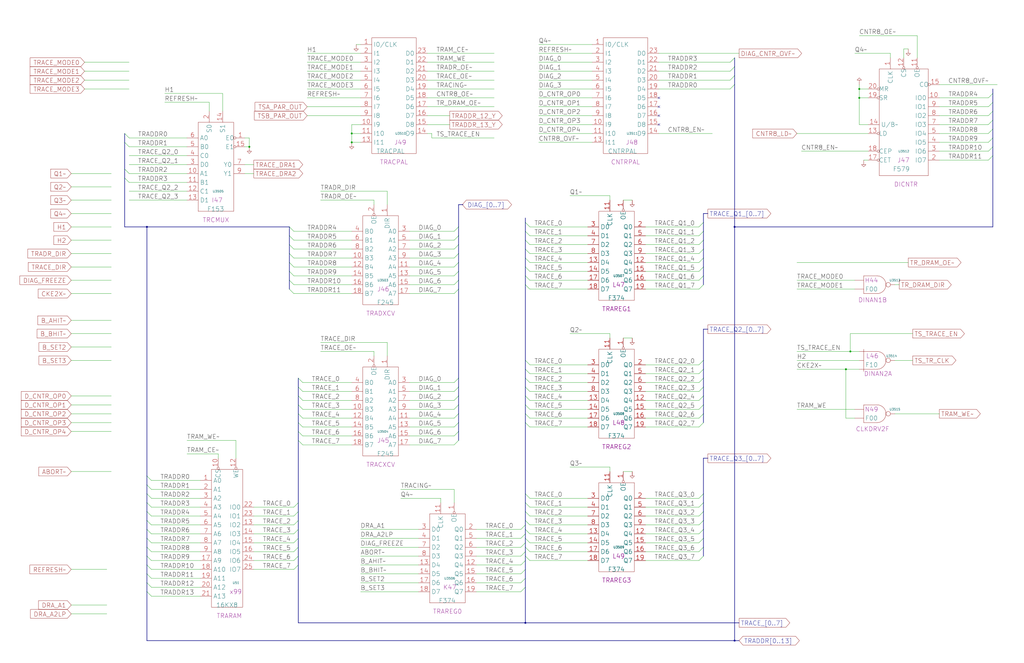
<source format=kicad_sch>
(kicad_sch (version 20221004) (generator eeschema)
  (paper "User" 584.2 378.46)
  (title_block (title "TRACE RAMS\\nDIAGNOSTIC COUNTER") (date "08-MAR-90") (rev "0.0") (comment 1 "MEM32 BOARD") (comment 2 "232-003066") (comment 3 "S400") (comment 4 "RELEASED"))
  (junction (at 83.82 129.54))
  (junction (at 200.66 76.2))
  (junction (at 490.22 50.8))
  (junction (at 419.1 365.76))
  (junction (at 490.22 55.88))
  (junction (at 142.24 83.82))
  (junction (at 299.72 355.6))
  (junction (at 485.14 200.66))
  (junction (at 200.66 81.28))
  (junction (at 419.1 129.54))
  (junction (at 482.6 210.82))
  (no_connect (at 375.92 60.96))
  (no_connect (at 375.92 55.88))
  (no_connect (at 375.92 71.12))
  (no_connect (at 375.92 66.04))
  (bus_entry (at 566.42 78.74) (size -2.54 2.54))
  (bus_entry (at 299.72 147.32) (size 2.54 2.54))
  (bus_entry (at 261.62 139.7) (size -2.54 2.54))
  (bus_entry (at 170.18 215.9) (size 2.54 2.54))
  (bus_entry (at 566.42 63.5) (size -2.54 2.54))
  (bus_entry (at 401.32 157.48) (size -2.54 2.54))
  (bus_entry (at 401.32 215.9) (size -2.54 2.54))
  (bus_entry (at 401.32 132.08) (size -2.54 2.54))
  (bus_entry (at 299.72 325.12) (size -2.54 2.54))
  (bus_entry (at 165.1 154.94) (size 2.54 2.54))
  (bus_entry (at 299.72 320.04) (size -2.54 2.54))
  (bus_entry (at 419.1 43.18) (size -2.54 2.54))
  (bus_entry (at 299.72 157.48) (size 2.54 2.54))
  (bus_entry (at 299.72 299.72) (size -2.54 2.54))
  (bus_entry (at 261.62 149.86) (size -2.54 2.54))
  (bus_entry (at 170.18 231.14) (size 2.54 2.54))
  (bus_entry (at 261.62 231.14) (size -2.54 2.54))
  (bus_entry (at 299.72 142.24) (size 2.54 2.54))
  (bus_entry (at 170.18 220.98) (size 2.54 2.54))
  (bus_entry (at 261.62 215.9) (size -2.54 2.54))
  (bus_entry (at 401.32 287.02) (size -2.54 2.54))
  (bus_entry (at 170.18 302.26) (size -2.54 2.54))
  (bus_entry (at 401.32 152.4) (size -2.54 2.54))
  (bus_entry (at 83.82 312.42) (size 2.54 2.54))
  (bus_entry (at 566.42 68.58) (size -2.54 2.54))
  (bus_entry (at 261.62 246.38) (size -2.54 2.54))
  (bus_entry (at 566.42 53.34) (size -2.54 2.54))
  (bus_entry (at 261.62 165.1) (size -2.54 2.54))
  (bus_entry (at 170.18 292.1) (size -2.54 2.54))
  (bus_entry (at 299.72 236.22) (size 2.54 2.54))
  (bus_entry (at 165.1 165.1) (size 2.54 2.54))
  (bus_entry (at 83.82 292.1) (size 2.54 2.54))
  (bus_entry (at 566.42 83.82) (size -2.54 2.54))
  (bus_entry (at 261.62 134.62) (size -2.54 2.54))
  (bus_entry (at 165.1 149.86) (size 2.54 2.54))
  (bus_entry (at 401.32 302.26) (size -2.54 2.54))
  (bus_entry (at 299.72 226.06) (size 2.54 2.54))
  (bus_entry (at 170.18 246.38) (size 2.54 2.54))
  (bus_entry (at 299.72 210.82) (size 2.54 2.54))
  (bus_entry (at 419.1 38.1) (size -2.54 2.54))
  (bus_entry (at 165.1 139.7) (size 2.54 2.54))
  (bus_entry (at 299.72 281.94) (size 2.54 2.54))
  (bus_entry (at 566.42 73.66) (size -2.54 2.54))
  (bus_entry (at 299.72 335.28) (size -2.54 2.54))
  (bus_entry (at 401.32 147.32) (size -2.54 2.54))
  (bus_entry (at 83.82 302.26) (size 2.54 2.54))
  (bus_entry (at 165.1 160.02) (size 2.54 2.54))
  (bus_entry (at 401.32 281.94) (size -2.54 2.54))
  (bus_entry (at 299.72 137.16) (size 2.54 2.54))
  (bus_entry (at 299.72 302.26) (size 2.54 2.54))
  (bus_entry (at 165.1 134.62) (size 2.54 2.54))
  (bus_entry (at 299.72 152.4) (size 2.54 2.54))
  (bus_entry (at 419.1 33.02) (size -2.54 2.54))
  (bus_entry (at 261.62 220.98) (size -2.54 2.54))
  (bus_entry (at 261.62 144.78) (size -2.54 2.54))
  (bus_entry (at 170.18 297.18) (size -2.54 2.54))
  (bus_entry (at 71.12 96.52) (size 2.54 2.54))
  (bus_entry (at 165.1 144.78) (size 2.54 2.54))
  (bus_entry (at 165.1 129.54) (size 2.54 2.54))
  (bus_entry (at 170.18 226.06) (size 2.54 2.54))
  (bus_entry (at 299.72 241.3) (size 2.54 2.54))
  (bus_entry (at 401.32 292.1) (size -2.54 2.54))
  (bus_entry (at 83.82 276.86) (size 2.54 2.54))
  (bus_entry (at 401.32 241.3) (size -2.54 2.54))
  (bus_entry (at 299.72 220.98) (size 2.54 2.54))
  (bus_entry (at 170.18 312.42) (size -2.54 2.54))
  (bus_entry (at 419.1 48.26) (size -2.54 2.54))
  (bus_entry (at 261.62 226.06) (size -2.54 2.54))
  (bus_entry (at 299.72 215.9) (size 2.54 2.54))
  (bus_entry (at 83.82 337.82) (size 2.54 2.54))
  (bus_entry (at 401.32 297.18) (size -2.54 2.54))
  (bus_entry (at 170.18 241.3) (size 2.54 2.54))
  (bus_entry (at 261.62 241.3) (size -2.54 2.54))
  (bus_entry (at 299.72 132.08) (size 2.54 2.54))
  (bus_entry (at 71.12 81.28) (size 2.54 2.54))
  (bus_entry (at 299.72 330.2) (size -2.54 2.54))
  (bus_entry (at 401.32 205.74) (size -2.54 2.54))
  (bus_entry (at 401.32 312.42) (size -2.54 2.54))
  (bus_entry (at 83.82 307.34) (size 2.54 2.54))
  (bus_entry (at 401.32 307.34) (size -2.54 2.54))
  (bus_entry (at 401.32 317.5) (size -2.54 2.54))
  (bus_entry (at 401.32 231.14) (size -2.54 2.54))
  (bus_entry (at 299.72 205.74) (size 2.54 2.54))
  (bus_entry (at 71.12 76.2) (size 2.54 2.54))
  (bus_entry (at 566.42 88.9) (size -2.54 2.54))
  (bus_entry (at 83.82 327.66) (size 2.54 2.54))
  (bus_entry (at 299.72 317.5) (size 2.54 2.54))
  (bus_entry (at 83.82 332.74) (size 2.54 2.54))
  (bus_entry (at 299.72 127) (size 2.54 2.54))
  (bus_entry (at 401.32 142.24) (size -2.54 2.54))
  (bus_entry (at 170.18 236.22) (size 2.54 2.54))
  (bus_entry (at 170.18 251.46) (size 2.54 2.54))
  (bus_entry (at 71.12 101.6) (size 2.54 2.54))
  (bus_entry (at 401.32 236.22) (size -2.54 2.54))
  (bus_entry (at 261.62 160.02) (size -2.54 2.54))
  (bus_entry (at 170.18 307.34) (size -2.54 2.54))
  (bus_entry (at 299.72 309.88) (size -2.54 2.54))
  (bus_entry (at 401.32 226.06) (size -2.54 2.54))
  (bus_entry (at 83.82 322.58) (size 2.54 2.54))
  (bus_entry (at 170.18 317.5) (size -2.54 2.54))
  (bus_entry (at 83.82 271.78) (size 2.54 2.54))
  (bus_entry (at 170.18 287.02) (size -2.54 2.54))
  (bus_entry (at 299.72 287.02) (size 2.54 2.54))
  (bus_entry (at 299.72 312.42) (size 2.54 2.54))
  (bus_entry (at 261.62 251.46) (size -2.54 2.54))
  (bus_entry (at 401.32 210.82) (size -2.54 2.54))
  (bus_entry (at 83.82 297.18) (size 2.54 2.54))
  (bus_entry (at 566.42 58.42) (size -2.54 2.54))
  (bus_entry (at 261.62 154.94) (size -2.54 2.54))
  (bus_entry (at 261.62 129.54) (size -2.54 2.54))
  (bus_entry (at 401.32 220.98) (size -2.54 2.54))
  (bus_entry (at 401.32 162.56) (size -2.54 2.54))
  (bus_entry (at 401.32 127) (size -2.54 2.54))
  (bus_entry (at 299.72 297.18) (size 2.54 2.54))
  (bus_entry (at 299.72 307.34) (size 2.54 2.54))
  (bus_entry (at 170.18 322.58) (size -2.54 2.54))
  (bus_entry (at 401.32 137.16) (size -2.54 2.54))
  (bus_entry (at 83.82 287.02) (size 2.54 2.54))
  (bus_entry (at 299.72 314.96) (size -2.54 2.54))
  (bus_entry (at 299.72 231.14) (size 2.54 2.54))
  (bus_entry (at 83.82 281.94) (size 2.54 2.54))
  (bus_entry (at 299.72 292.1) (size 2.54 2.54))
  (bus_entry (at 299.72 162.56) (size 2.54 2.54))
  (bus_entry (at 83.82 317.5) (size 2.54 2.54))
  (bus_entry (at 261.62 236.22) (size -2.54 2.54))
  (bus_entry (at 299.72 304.8) (size -2.54 2.54))
  (wire (pts (xy 40.64 198.12) (xy 63.5 198.12)))
  (wire (pts (xy 167.64 167.64) (xy 200.66 167.64)))
  (wire (pts (xy 182.88 195.58) (xy 220.98 195.58)))
  (wire (pts (xy 86.36 279.4) (xy 114.3 279.4)))
  (bus (pts (xy 299.72 147.32) (xy 299.72 152.4)))
  (wire (pts (xy 302.26 284.48) (xy 335.28 284.48)))
  (wire (pts (xy 490.22 50.8) (xy 490.22 48.26)))
  (bus (pts (xy 165.1 134.62) (xy 165.1 139.7)))
  (wire (pts (xy 167.64 157.48) (xy 200.66 157.48)))
  (wire (pts (xy 40.64 350.52) (xy 60.96 350.52)))
  (wire (pts (xy 200.66 76.2) (xy 205.74 76.2)))
  (bus (pts (xy 566.42 129.54) (xy 419.1 129.54)))
  (wire (pts (xy 40.64 231.14) (xy 63.5 231.14)))
  (wire (pts (xy 233.68 152.4) (xy 259.08 152.4)))
  (wire (pts (xy 302.26 304.8) (xy 335.28 304.8)))
  (wire (pts (xy 40.64 269.24) (xy 63.5 269.24)))
  (wire (pts (xy 40.64 236.22) (xy 63.5 236.22)))
  (bus (pts (xy 299.72 287.02) (xy 299.72 292.1)))
  (bus (pts (xy 401.32 236.22) (xy 401.32 241.3)))
  (wire (pts (xy 205.74 332.74) (xy 238.76 332.74)))
  (wire (pts (xy 40.64 205.74) (xy 63.5 205.74)))
  (wire (pts (xy 302.26 218.44) (xy 335.28 218.44)))
  (wire (pts (xy 119.38 58.42) (xy 119.38 63.5)))
  (wire (pts (xy 302.26 309.88) (xy 335.28 309.88)))
  (bus (pts (xy 83.82 129.54) (xy 83.82 271.78)))
  (bus (pts (xy 261.62 165.1) (xy 261.62 215.9)))
  (wire (pts (xy 355.6 193.04) (xy 360.68 193.04)))
  (wire (pts (xy 233.68 223.52) (xy 259.08 223.52)))
  (bus (pts (xy 170.18 215.9) (xy 170.18 220.98)))
  (wire (pts (xy 368.3 233.68) (xy 398.78 233.68)))
  (wire (pts (xy 40.64 345.44) (xy 60.96 345.44)))
  (bus (pts (xy 419.1 365.76) (xy 421.64 365.76)))
  (wire (pts (xy 375.92 45.72) (xy 416.56 45.72)))
  (bus (pts (xy 566.42 58.42) (xy 566.42 63.5)))
  (bus (pts (xy 261.62 129.54) (xy 261.62 134.62)))
  (wire (pts (xy 510.54 205.74) (xy 520.7 205.74)))
  (bus (pts (xy 170.18 246.38) (xy 170.18 251.46)))
  (wire (pts (xy 172.72 248.92) (xy 200.66 248.92)))
  (wire (pts (xy 302.26 238.76) (xy 335.28 238.76)))
  (wire (pts (xy 233.68 243.84) (xy 259.08 243.84)))
  (wire (pts (xy 86.36 284.48) (xy 114.3 284.48)))
  (wire (pts (xy 535.94 86.36) (xy 563.88 86.36)))
  (wire (pts (xy 40.64 129.54) (xy 63.5 129.54)))
  (wire (pts (xy 302.26 299.72) (xy 335.28 299.72)))
  (wire (pts (xy 243.84 55.88) (xy 281.94 55.88)))
  (bus (pts (xy 83.82 292.1) (xy 83.82 297.18)))
  (wire (pts (xy 271.78 302.26) (xy 297.18 302.26)))
  (wire (pts (xy 203.2 25.4) (xy 205.74 25.4)))
  (wire (pts (xy 515.62 27.94) (xy 515.62 33.02)))
  (wire (pts (xy 368.3 289.56) (xy 398.78 289.56)))
  (bus (pts (xy 83.82 337.82) (xy 83.82 365.76)))
  (bus (pts (xy 261.62 144.78) (xy 261.62 149.86)))
  (wire (pts (xy 144.78 314.96) (xy 167.64 314.96)))
  (wire (pts (xy 302.26 160.02) (xy 335.28 160.02)))
  (bus (pts (xy 83.82 281.94) (xy 83.82 287.02)))
  (wire (pts (xy 243.84 50.8) (xy 281.94 50.8)))
  (wire (pts (xy 73.66 83.82) (xy 106.68 83.82)))
  (wire (pts (xy 167.64 142.24) (xy 200.66 142.24)))
  (wire (pts (xy 233.68 147.32) (xy 259.08 147.32)))
  (bus (pts (xy 83.82 322.58) (xy 83.82 327.66)))
  (wire (pts (xy 175.26 66.04) (xy 205.74 66.04)))
  (bus (pts (xy 261.62 139.7) (xy 261.62 144.78)))
  (wire (pts (xy 175.26 30.48) (xy 205.74 30.48)))
  (wire (pts (xy 144.78 320.04) (xy 167.64 320.04)))
  (wire (pts (xy 213.36 114.3) (xy 213.36 116.84)))
  (bus (pts (xy 170.18 287.02) (xy 170.18 251.46)))
  (wire (pts (xy 182.88 200.66) (xy 213.36 200.66)))
  (bus (pts (xy 71.12 129.54) (xy 83.82 129.54)))
  (wire (pts (xy 482.6 238.76) (xy 482.6 210.82)))
  (wire (pts (xy 520.7 190.5) (xy 485.14 190.5)))
  (wire (pts (xy 307.34 81.28) (xy 337.82 81.28)))
  (bus (pts (xy 419.1 43.18) (xy 419.1 48.26)))
  (wire (pts (xy 271.78 317.5) (xy 297.18 317.5)))
  (wire (pts (xy 73.66 114.3) (xy 106.68 114.3)))
  (wire (pts (xy 172.72 238.76) (xy 200.66 238.76)))
  (wire (pts (xy 73.66 104.14) (xy 106.68 104.14)))
  (wire (pts (xy 368.3 223.52) (xy 398.78 223.52)))
  (wire (pts (xy 48.26 45.72) (xy 73.66 45.72)))
  (wire (pts (xy 86.36 325.12) (xy 114.3 325.12)))
  (wire (pts (xy 251.46 284.48) (xy 251.46 287.02)))
  (wire (pts (xy 302.26 314.96) (xy 335.28 314.96)))
  (wire (pts (xy 375.92 35.56) (xy 416.56 35.56)))
  (wire (pts (xy 40.64 182.88) (xy 63.5 182.88)))
  (bus (pts (xy 401.32 281.94) (xy 401.32 287.02)))
  (wire (pts (xy 182.88 109.22) (xy 220.98 109.22)))
  (bus (pts (xy 401.32 312.42) (xy 401.32 317.5)))
  (bus (pts (xy 419.1 38.1) (xy 419.1 43.18)))
  (wire (pts (xy 368.3 309.88) (xy 398.78 309.88)))
  (bus (pts (xy 170.18 231.14) (xy 170.18 236.22)))
  (wire (pts (xy 535.94 60.96) (xy 563.88 60.96)))
  (wire (pts (xy 175.26 55.88) (xy 205.74 55.88)))
  (bus (pts (xy 401.32 121.92) (xy 401.32 127)))
  (bus (pts (xy 299.72 236.22) (xy 299.72 241.3)))
  (wire (pts (xy 325.12 266.7) (xy 347.98 266.7)))
  (bus (pts (xy 566.42 53.34) (xy 566.42 58.42)))
  (wire (pts (xy 307.34 66.04) (xy 337.82 66.04)))
  (bus (pts (xy 299.72 304.8) (xy 299.72 307.34)))
  (wire (pts (xy 86.36 309.88) (xy 114.3 309.88)))
  (wire (pts (xy 205.74 322.58) (xy 238.76 322.58)))
  (bus (pts (xy 299.72 292.1) (xy 299.72 297.18)))
  (bus (pts (xy 401.32 307.34) (xy 401.32 312.42)))
  (bus (pts (xy 83.82 307.34) (xy 83.82 312.42)))
  (wire (pts (xy 172.72 233.68) (xy 200.66 233.68)))
  (wire (pts (xy 355.6 114.3) (xy 360.68 114.3)))
  (wire (pts (xy 307.34 30.48) (xy 337.82 30.48)))
  (wire (pts (xy 302.26 154.94) (xy 335.28 154.94)))
  (bus (pts (xy 566.42 63.5) (xy 566.42 68.58)))
  (bus (pts (xy 299.72 281.94) (xy 299.72 287.02)))
  (wire (pts (xy 307.34 71.12) (xy 337.82 71.12)))
  (wire (pts (xy 144.78 294.64) (xy 167.64 294.64)))
  (wire (pts (xy 302.26 208.28) (xy 335.28 208.28)))
  (wire (pts (xy 487.68 30.48) (xy 508 30.48)))
  (bus (pts (xy 261.62 134.62) (xy 261.62 139.7)))
  (bus (pts (xy 299.72 320.04) (xy 299.72 325.12)))
  (wire (pts (xy 347.98 266.7) (xy 347.98 269.24)))
  (wire (pts (xy 144.78 289.56) (xy 167.64 289.56)))
  (bus (pts (xy 261.62 231.14) (xy 261.62 236.22)))
  (wire (pts (xy 172.72 243.84) (xy 200.66 243.84)))
  (wire (pts (xy 233.68 233.68) (xy 259.08 233.68)))
  (bus (pts (xy 170.18 297.18) (xy 170.18 302.26)))
  (wire (pts (xy 233.68 254) (xy 259.08 254)))
  (wire (pts (xy 167.64 147.32) (xy 200.66 147.32)))
  (wire (pts (xy 243.84 40.64) (xy 281.94 40.64)))
  (bus (pts (xy 170.18 317.5) (xy 170.18 322.58)))
  (wire (pts (xy 457.2 86.36) (xy 495.3 86.36)))
  (wire (pts (xy 48.26 35.56) (xy 73.66 35.56)))
  (wire (pts (xy 175.26 45.72) (xy 205.74 45.72)))
  (wire (pts (xy 347.98 190.5) (xy 347.98 193.04)))
  (wire (pts (xy 368.3 314.96) (xy 398.78 314.96)))
  (bus (pts (xy 165.1 139.7) (xy 165.1 144.78)))
  (wire (pts (xy 86.36 289.56) (xy 114.3 289.56)))
  (bus (pts (xy 401.32 132.08) (xy 401.32 137.16)))
  (wire (pts (xy 175.26 50.8) (xy 205.74 50.8)))
  (bus (pts (xy 299.72 325.12) (xy 299.72 330.2)))
  (wire (pts (xy 48.26 40.64) (xy 73.66 40.64)))
  (wire (pts (xy 200.66 76.2) (xy 200.66 71.12)))
  (wire (pts (xy 139.7 83.82) (xy 142.24 83.82)))
  (bus (pts (xy 261.62 236.22) (xy 261.62 241.3)))
  (wire (pts (xy 167.64 137.16) (xy 200.66 137.16)))
  (wire (pts (xy 375.92 76.2) (xy 406.4 76.2)))
  (wire (pts (xy 368.3 139.7) (xy 398.78 139.7)))
  (bus (pts (xy 83.82 332.74) (xy 83.82 337.82)))
  (wire (pts (xy 368.3 208.28) (xy 398.78 208.28)))
  (wire (pts (xy 535.94 48.26) (xy 568.96 48.26)))
  (wire (pts (xy 302.26 289.56) (xy 335.28 289.56)))
  (bus (pts (xy 165.1 129.54) (xy 165.1 134.62)))
  (bus (pts (xy 401.32 210.82) (xy 401.32 215.9)))
  (wire (pts (xy 139.7 78.74) (xy 142.24 78.74)))
  (wire (pts (xy 144.78 309.88) (xy 167.64 309.88)))
  (bus (pts (xy 83.82 287.02) (xy 83.82 292.1)))
  (bus (pts (xy 299.72 226.06) (xy 299.72 231.14)))
  (wire (pts (xy 368.3 154.94) (xy 398.78 154.94)))
  (wire (pts (xy 172.72 223.52) (xy 200.66 223.52)))
  (bus (pts (xy 170.18 307.34) (xy 170.18 312.42)))
  (wire (pts (xy 518.16 27.94) (xy 515.62 27.94)))
  (wire (pts (xy 93.98 58.42) (xy 119.38 58.42)))
  (wire (pts (xy 307.34 40.64) (xy 337.82 40.64)))
  (wire (pts (xy 271.78 337.82) (xy 297.18 337.82)))
  (wire (pts (xy 243.84 60.96) (xy 281.94 60.96)))
  (wire (pts (xy 233.68 132.08) (xy 259.08 132.08)))
  (bus (pts (xy 401.32 142.24) (xy 401.32 147.32)))
  (wire (pts (xy 510.54 162.56) (xy 513.08 162.56)))
  (bus (pts (xy 299.72 314.96) (xy 299.72 317.5)))
  (wire (pts (xy 302.26 320.04) (xy 335.28 320.04)))
  (bus (pts (xy 170.18 226.06) (xy 170.18 231.14)))
  (wire (pts (xy 73.66 109.22) (xy 106.68 109.22)))
  (bus (pts (xy 401.32 292.1) (xy 401.32 297.18)))
  (wire (pts (xy 375.92 50.8) (xy 416.56 50.8)))
  (wire (pts (xy 220.98 109.22) (xy 220.98 116.84)))
  (bus (pts (xy 401.32 137.16) (xy 401.32 142.24)))
  (wire (pts (xy 368.3 218.44) (xy 398.78 218.44)))
  (bus (pts (xy 419.1 129.54) (xy 419.1 365.76)))
  (bus (pts (xy 83.82 317.5) (xy 83.82 322.58)))
  (bus (pts (xy 261.62 215.9) (xy 261.62 220.98)))
  (wire (pts (xy 535.94 71.12) (xy 563.88 71.12)))
  (bus (pts (xy 566.42 73.66) (xy 566.42 78.74)))
  (wire (pts (xy 106.68 251.46) (xy 134.62 251.46)))
  (bus (pts (xy 401.32 147.32) (xy 401.32 152.4)))
  (wire (pts (xy 86.36 335.28) (xy 114.3 335.28)))
  (wire (pts (xy 302.26 213.36) (xy 335.28 213.36)))
  (wire (pts (xy 139.7 99.06) (xy 144.78 99.06)))
  (wire (pts (xy 368.3 149.86) (xy 398.78 149.86)))
  (wire (pts (xy 302.26 243.84) (xy 335.28 243.84)))
  (bus (pts (xy 170.18 302.26) (xy 170.18 307.34)))
  (wire (pts (xy 200.66 81.28) (xy 200.66 76.2)))
  (wire (pts (xy 307.34 25.4) (xy 337.82 25.4)))
  (wire (pts (xy 243.84 35.56) (xy 281.94 35.56)))
  (bus (pts (xy 261.62 149.86) (xy 261.62 154.94)))
  (wire (pts (xy 454.66 233.68) (xy 487.68 233.68)))
  (wire (pts (xy 482.6 210.82) (xy 490.22 210.82)))
  (bus (pts (xy 299.72 210.82) (xy 299.72 215.9)))
  (bus (pts (xy 170.18 241.3) (xy 170.18 246.38)))
  (wire (pts (xy 48.26 50.8) (xy 73.66 50.8)))
  (wire (pts (xy 492.76 91.44) (xy 495.3 91.44)))
  (bus (pts (xy 401.32 302.26) (xy 401.32 307.34)))
  (wire (pts (xy 243.84 76.2) (xy 246.38 76.2)))
  (bus (pts (xy 299.72 330.2) (xy 299.72 335.28)))
  (bus (pts (xy 261.62 116.84) (xy 261.62 129.54)))
  (bus (pts (xy 566.42 83.82) (xy 566.42 88.9)))
  (wire (pts (xy 508 30.48) (xy 508 33.02)))
  (bus (pts (xy 299.72 205.74) (xy 299.72 210.82)))
  (wire (pts (xy 40.64 106.68) (xy 63.5 106.68)))
  (wire (pts (xy 73.66 88.9) (xy 106.68 88.9)))
  (wire (pts (xy 454.66 149.86) (xy 518.16 149.86)))
  (bus (pts (xy 261.62 116.84) (xy 264.16 116.84)))
  (bus (pts (xy 401.32 297.18) (xy 401.32 302.26)))
  (wire (pts (xy 368.3 294.64) (xy 398.78 294.64)))
  (wire (pts (xy 302.26 134.62) (xy 335.28 134.62)))
  (wire (pts (xy 167.64 152.4) (xy 200.66 152.4)))
  (wire (pts (xy 368.3 129.54) (xy 398.78 129.54)))
  (wire (pts (xy 205.74 307.34) (xy 238.76 307.34)))
  (bus (pts (xy 261.62 160.02) (xy 261.62 165.1)))
  (bus (pts (xy 401.32 261.62) (xy 403.86 261.62)))
  (wire (pts (xy 86.36 304.8) (xy 114.3 304.8)))
  (wire (pts (xy 86.36 330.2) (xy 114.3 330.2)))
  (bus (pts (xy 299.72 302.26) (xy 299.72 304.8)))
  (bus (pts (xy 83.82 271.78) (xy 83.82 276.86)))
  (wire (pts (xy 73.66 78.74) (xy 106.68 78.74)))
  (wire (pts (xy 302.26 144.78) (xy 335.28 144.78)))
  (wire (pts (xy 220.98 195.58) (xy 220.98 203.2)))
  (wire (pts (xy 302.26 294.64) (xy 335.28 294.64)))
  (wire (pts (xy 368.3 134.62) (xy 398.78 134.62)))
  (wire (pts (xy 347.98 111.76) (xy 347.98 114.3)))
  (bus (pts (xy 83.82 312.42) (xy 83.82 317.5)))
  (wire (pts (xy 375.92 40.64) (xy 416.56 40.64)))
  (wire (pts (xy 307.34 35.56) (xy 337.82 35.56)))
  (bus (pts (xy 170.18 292.1) (xy 170.18 297.18)))
  (bus (pts (xy 299.72 142.24) (xy 299.72 147.32)))
  (bus (pts (xy 165.1 154.94) (xy 165.1 160.02)))
  (bus (pts (xy 566.42 50.8) (xy 566.42 53.34)))
  (wire (pts (xy 368.3 213.36) (xy 398.78 213.36)))
  (bus (pts (xy 401.32 215.9) (xy 401.32 220.98)))
  (wire (pts (xy 200.66 71.12) (xy 205.74 71.12)))
  (wire (pts (xy 86.36 299.72) (xy 114.3 299.72)))
  (wire (pts (xy 246.38 76.2) (xy 246.38 78.74)))
  (wire (pts (xy 205.74 337.82) (xy 238.76 337.82)))
  (bus (pts (xy 170.18 292.1) (xy 170.18 287.02)))
  (wire (pts (xy 535.94 76.2) (xy 563.88 76.2)))
  (wire (pts (xy 228.6 284.48) (xy 251.46 284.48)))
  (bus (pts (xy 401.32 121.92) (xy 403.86 121.92)))
  (wire (pts (xy 86.36 314.96) (xy 114.3 314.96)))
  (wire (pts (xy 73.66 99.06) (xy 106.68 99.06)))
  (wire (pts (xy 40.64 325.12) (xy 60.96 325.12)))
  (wire (pts (xy 233.68 157.48) (xy 259.08 157.48)))
  (bus (pts (xy 299.72 215.9) (xy 299.72 220.98)))
  (bus (pts (xy 71.12 81.28) (xy 71.12 96.52)))
  (wire (pts (xy 523.24 20.32) (xy 523.24 33.02)))
  (bus (pts (xy 261.62 241.3) (xy 261.62 246.38)))
  (bus (pts (xy 401.32 226.06) (xy 401.32 231.14)))
  (bus (pts (xy 299.72 241.3) (xy 299.72 281.94)))
  (wire (pts (xy 40.64 167.64) (xy 63.5 167.64)))
  (wire (pts (xy 368.3 160.02) (xy 398.78 160.02)))
  (bus (pts (xy 83.82 129.54) (xy 165.1 129.54)))
  (wire (pts (xy 172.72 228.6) (xy 200.66 228.6)))
  (bus (pts (xy 299.72 317.5) (xy 299.72 320.04)))
  (wire (pts (xy 535.94 55.88) (xy 563.88 55.88)))
  (wire (pts (xy 368.3 284.48) (xy 398.78 284.48)))
  (wire (pts (xy 40.64 160.02) (xy 63.5 160.02)))
  (wire (pts (xy 213.36 200.66) (xy 213.36 203.2)))
  (wire (pts (xy 535.94 91.44) (xy 563.88 91.44)))
  (wire (pts (xy 233.68 218.44) (xy 259.08 218.44)))
  (wire (pts (xy 139.7 93.98) (xy 144.78 93.98)))
  (wire (pts (xy 302.26 228.6) (xy 335.28 228.6)))
  (bus (pts (xy 83.82 297.18) (xy 83.82 302.26)))
  (wire (pts (xy 243.84 71.12) (xy 256.54 71.12)))
  (bus (pts (xy 165.1 160.02) (xy 165.1 165.1)))
  (wire (pts (xy 243.84 66.04) (xy 256.54 66.04)))
  (wire (pts (xy 271.78 322.58) (xy 297.18 322.58)))
  (wire (pts (xy 144.78 304.8) (xy 167.64 304.8)))
  (wire (pts (xy 243.84 45.72) (xy 281.94 45.72)))
  (wire (pts (xy 490.22 20.32) (xy 523.24 20.32)))
  (bus (pts (xy 401.32 152.4) (xy 401.32 157.48)))
  (bus (pts (xy 299.72 299.72) (xy 299.72 302.26)))
  (wire (pts (xy 167.64 162.56) (xy 200.66 162.56)))
  (wire (pts (xy 355.6 269.24) (xy 360.68 269.24)))
  (wire (pts (xy 182.88 114.3) (xy 213.36 114.3)))
  (wire (pts (xy 307.34 76.2) (xy 337.82 76.2)))
  (wire (pts (xy 302.26 149.86) (xy 335.28 149.86)))
  (bus (pts (xy 299.72 220.98) (xy 299.72 226.06)))
  (bus (pts (xy 299.72 132.08) (xy 299.72 137.16)))
  (wire (pts (xy 510.54 236.22) (xy 535.94 236.22)))
  (wire (pts (xy 490.22 55.88) (xy 490.22 50.8)))
  (bus (pts (xy 170.18 355.6) (xy 299.72 355.6)))
  (wire (pts (xy 302.26 223.52) (xy 335.28 223.52)))
  (wire (pts (xy 233.68 162.56) (xy 259.08 162.56)))
  (bus (pts (xy 299.72 309.88) (xy 299.72 312.42)))
  (wire (pts (xy 368.3 238.76) (xy 398.78 238.76)))
  (bus (pts (xy 401.32 187.96) (xy 401.32 205.74)))
  (wire (pts (xy 40.64 144.78) (xy 63.5 144.78)))
  (wire (pts (xy 302.26 139.7) (xy 335.28 139.7)))
  (wire (pts (xy 205.74 312.42) (xy 238.76 312.42)))
  (wire (pts (xy 535.94 66.04) (xy 563.88 66.04)))
  (wire (pts (xy 259.08 279.4) (xy 259.08 287.02)))
  (bus (pts (xy 299.72 231.14) (xy 299.72 236.22)))
  (bus (pts (xy 566.42 88.9) (xy 566.42 129.54)))
  (bus (pts (xy 419.1 33.02) (xy 419.1 38.1)))
  (bus (pts (xy 261.62 226.06) (xy 261.62 231.14)))
  (wire (pts (xy 271.78 332.74) (xy 297.18 332.74)))
  (wire (pts (xy 243.84 30.48) (xy 281.94 30.48)))
  (bus (pts (xy 299.72 297.18) (xy 299.72 299.72)))
  (wire (pts (xy 368.3 299.72) (xy 398.78 299.72)))
  (bus (pts (xy 299.72 127) (xy 299.72 132.08)))
  (wire (pts (xy 205.74 317.5) (xy 238.76 317.5)))
  (wire (pts (xy 368.3 304.8) (xy 398.78 304.8)))
  (wire (pts (xy 375.92 30.48) (xy 421.64 30.48)))
  (wire (pts (xy 246.38 78.74) (xy 281.94 78.74)))
  (bus (pts (xy 401.32 220.98) (xy 401.32 226.06)))
  (wire (pts (xy 40.64 241.3) (xy 63.5 241.3)))
  (wire (pts (xy 454.66 165.1) (xy 487.68 165.1)))
  (wire (pts (xy 454.66 210.82) (xy 482.6 210.82)))
  (wire (pts (xy 124.46 259.08) (xy 124.46 261.62)))
  (wire (pts (xy 271.78 327.66) (xy 297.18 327.66)))
  (wire (pts (xy 233.68 238.76) (xy 259.08 238.76)))
  (bus (pts (xy 299.72 307.34) (xy 299.72 309.88)))
  (bus (pts (xy 401.32 157.48) (xy 401.32 162.56)))
  (bus (pts (xy 299.72 124.46) (xy 299.72 127)))
  (bus (pts (xy 83.82 327.66) (xy 83.82 332.74)))
  (wire (pts (xy 325.12 111.76) (xy 347.98 111.76)))
  (bus (pts (xy 299.72 312.42) (xy 299.72 314.96)))
  (wire (pts (xy 233.68 137.16) (xy 259.08 137.16)))
  (bus (pts (xy 401.32 231.14) (xy 401.32 236.22)))
  (wire (pts (xy 307.34 55.88) (xy 337.82 55.88)))
  (wire (pts (xy 175.26 35.56) (xy 205.74 35.56)))
  (wire (pts (xy 86.36 340.36) (xy 114.3 340.36)))
  (wire (pts (xy 73.66 93.98) (xy 106.68 93.98)))
  (wire (pts (xy 485.14 190.5) (xy 485.14 200.66)))
  (wire (pts (xy 144.78 299.72) (xy 167.64 299.72)))
  (wire (pts (xy 368.3 144.78) (xy 398.78 144.78)))
  (wire (pts (xy 307.34 50.8) (xy 337.82 50.8)))
  (wire (pts (xy 325.12 190.5) (xy 347.98 190.5)))
  (wire (pts (xy 175.26 40.64) (xy 205.74 40.64)))
  (wire (pts (xy 40.64 190.5) (xy 63.5 190.5)))
  (wire (pts (xy 233.68 248.92) (xy 259.08 248.92)))
  (wire (pts (xy 175.26 60.96) (xy 205.74 60.96)))
  (wire (pts (xy 485.14 200.66) (xy 490.22 200.66)))
  (bus (pts (xy 170.18 220.98) (xy 170.18 226.06)))
  (wire (pts (xy 302.26 129.54) (xy 335.28 129.54)))
  (wire (pts (xy 86.36 274.32) (xy 114.3 274.32)))
  (wire (pts (xy 40.64 246.38) (xy 63.5 246.38)))
  (bus (pts (xy 170.18 322.58) (xy 170.18 355.6)))
  (bus (pts (xy 170.18 312.42) (xy 170.18 317.5)))
  (wire (pts (xy 368.3 165.1) (xy 398.78 165.1)))
  (bus (pts (xy 401.32 205.74) (xy 401.32 210.82)))
  (bus (pts (xy 261.62 154.94) (xy 261.62 160.02)))
  (bus (pts (xy 419.1 48.26) (xy 419.1 129.54)))
  (bus (pts (xy 401.32 261.62) (xy 401.32 281.94)))
  (wire (pts (xy 535.94 81.28) (xy 563.88 81.28)))
  (bus (pts (xy 83.82 365.76) (xy 419.1 365.76)))
  (bus (pts (xy 299.72 355.6) (xy 421.64 355.6)))
  (bus (pts (xy 401.32 187.96) (xy 403.86 187.96)))
  (wire (pts (xy 86.36 320.04) (xy 114.3 320.04)))
  (wire (pts (xy 271.78 307.34) (xy 297.18 307.34)))
  (wire (pts (xy 40.64 121.92) (xy 63.5 121.92)))
  (wire (pts (xy 302.26 165.1) (xy 335.28 165.1)))
  (wire (pts (xy 495.3 71.12) (xy 490.22 71.12)))
  (bus (pts (xy 299.72 152.4) (xy 299.72 157.48)))
  (bus (pts (xy 165.1 144.78) (xy 165.1 149.86)))
  (wire (pts (xy 40.64 99.06) (xy 63.5 99.06)))
  (bus (pts (xy 71.12 76.2) (xy 71.12 81.28)))
  (wire (pts (xy 167.64 132.08) (xy 200.66 132.08)))
  (wire (pts (xy 172.72 218.44) (xy 200.66 218.44)))
  (bus (pts (xy 299.72 162.56) (xy 299.72 205.74)))
  (bus (pts (xy 170.18 236.22) (xy 170.18 241.3)))
  (wire (pts (xy 205.74 327.66) (xy 238.76 327.66)))
  (wire (pts (xy 233.68 142.24) (xy 259.08 142.24)))
  (wire (pts (xy 40.64 114.3) (xy 63.5 114.3)))
  (bus (pts (xy 165.1 149.86) (xy 165.1 154.94)))
  (wire (pts (xy 307.34 60.96) (xy 337.82 60.96)))
  (wire (pts (xy 454.66 160.02) (xy 487.68 160.02)))
  (bus (pts (xy 71.12 96.52) (xy 71.12 101.6)))
  (wire (pts (xy 200.66 81.28) (xy 205.74 81.28)))
  (wire (pts (xy 454.66 200.66) (xy 485.14 200.66)))
  (bus (pts (xy 83.82 302.26) (xy 83.82 307.34)))
  (wire (pts (xy 368.3 320.04) (xy 398.78 320.04)))
  (wire (pts (xy 454.66 76.2) (xy 495.3 76.2)))
  (wire (pts (xy 127 53.34) (xy 127 63.5)))
  (bus (pts (xy 566.42 68.58) (xy 566.42 73.66)))
  (wire (pts (xy 368.3 228.6) (xy 398.78 228.6)))
  (bus (pts (xy 401.32 127) (xy 401.32 132.08)))
  (bus (pts (xy 83.82 276.86) (xy 83.82 281.94)))
  (bus (pts (xy 261.62 246.38) (xy 261.62 251.46)))
  (wire (pts (xy 40.64 226.06) (xy 63.5 226.06)))
  (wire (pts (xy 134.62 251.46) (xy 134.62 261.62)))
  (wire (pts (xy 454.66 205.74) (xy 490.22 205.74)))
  (wire (pts (xy 228.6 279.4) (xy 259.08 279.4)))
  (wire (pts (xy 490.22 71.12) (xy 490.22 55.88)))
  (bus (pts (xy 71.12 101.6) (xy 71.12 129.54)))
  (wire (pts (xy 233.68 167.64) (xy 259.08 167.64)))
  (wire (pts (xy 40.64 152.4) (xy 63.5 152.4)))
  (wire (pts (xy 205.74 302.26) (xy 238.76 302.26)))
  (bus (pts (xy 299.72 335.28) (xy 299.72 355.6)))
  (wire (pts (xy 307.34 45.72) (xy 337.82 45.72)))
  (bus (pts (xy 261.62 220.98) (xy 261.62 226.06)))
  (wire (pts (xy 93.98 53.34) (xy 127 53.34)))
  (wire (pts (xy 172.72 254) (xy 200.66 254)))
  (wire (pts (xy 302.26 233.68) (xy 335.28 233.68)))
  (wire (pts (xy 271.78 312.42) (xy 297.18 312.42)))
  (wire (pts (xy 106.68 259.08) (xy 124.46 259.08)))
  (bus (pts (xy 299.72 157.48) (xy 299.72 162.56)))
  (wire (pts (xy 490.22 50.8) (xy 495.3 50.8)))
  (wire (pts (xy 40.64 137.16) (xy 63.5 137.16)))
  (wire (pts (xy 368.3 243.84) (xy 398.78 243.84)))
  (wire (pts (xy 487.68 238.76) (xy 482.6 238.76)))
  (wire (pts (xy 86.36 294.64) (xy 114.3 294.64)))
  (wire (pts (xy 233.68 228.6) (xy 259.08 228.6)))
  (wire (pts (xy 495.3 55.88) (xy 490.22 55.88)))
  (bus (pts (xy 299.72 137.16) (xy 299.72 142.24)))
  (wire (pts (xy 142.24 78.74) (xy 142.24 83.82)))
  (wire (pts (xy 144.78 325.12) (xy 167.64 325.12)))
  (bus (pts (xy 401.32 287.02) (xy 401.32 292.1)))
  (bus (pts (xy 566.42 78.74) (xy 566.42 83.82)))
  (label "TRACE_Q3_4" (at 373.38 304.8 0) (effects (font (size 2.54 2.54))))
  (label "TS_TRACE_EN" (at 248.92 78.74 0) (effects (font (size 2.54 2.54))))
  (label "TRACE_4" (at 149.86 309.88 0) (effects (font (size 2.54 2.54))))
  (label "TRACE_Q3_5" (at 373.38 309.88 0) (effects (font (size 2.54 2.54))))
  (label "TRADDR4" (at 175.26 132.08 0) (effects (font (size 2.54 2.54))))
  (label "TRACE_1" (at 304.8 213.36 0) (effects (font (size 2.54 2.54))))
  (label "REFRESH~" (at 307.34 30.48 0) (effects (font (size 2.54 2.54))))
  (label "TRACE_Q2_2" (at 78.74 109.22 0) (effects (font (size 2.54 2.54))))
  (label "TRACE_6" (at 177.8 248.92 0) (effects (font (size 2.54 2.54))))
  (label "CNTR8_OE~" (at 248.92 55.88 0) (effects (font (size 2.54 2.54))))
  (label "TRACE_7" (at 304.8 165.1 0) (effects (font (size 2.54 2.54))))
  (label "TRACE_3" (at 304.8 223.52 0) (effects (font (size 2.54 2.54))))
  (label "TRACE_Q2_1" (at 78.74 93.98 0) (effects (font (size 2.54 2.54))))
  (label "TRACE_7" (at 304.8 320.04 0) (effects (font (size 2.54 2.54))))
  (label "TRACE_1" (at 149.86 294.64 0) (effects (font (size 2.54 2.54))))
  (label "TRACE_Q2_0" (at 78.74 88.9 0) (effects (font (size 2.54 2.54))))
  (label "TRADDR7" (at 91.44 309.88 0) (effects (font (size 2.54 2.54))))
  (label "TRADR_OE~" (at 182.88 114.3 0) (effects (font (size 2.54 2.54))))
  (label "TRACE_Q2_3" (at 373.38 223.52 0) (effects (font (size 2.54 2.54))))
  (label "TRACE_7" (at 177.8 254 0) (effects (font (size 2.54 2.54))))
  (label "TRAM_WE" (at 454.66 233.68 0) (effects (font (size 2.54 2.54))))
  (label "D_CNTR_OP3" (at 307.34 71.12 0) (effects (font (size 2.54 2.54))))
  (label "TRACE_Q1_6" (at 373.38 160.02 0) (effects (font (size 2.54 2.54))))
  (label "TRADR_DIR" (at 182.88 109.22 0) (effects (font (size 2.54 2.54))))
  (label "TRAM_CE~" (at 248.92 30.48 0) (effects (font (size 2.54 2.54))))
  (label "DIAG_0" (at 307.34 35.56 0) (effects (font (size 2.54 2.54))))
  (label "Q4~" (at 228.6 284.48 0) (effects (font (size 2.54 2.54))))
  (label "TRACE_4" (at 304.8 149.86 0) (effects (font (size 2.54 2.54))))
  (label "H2" (at 454.66 205.74 0) (effects (font (size 2.54 2.54))))
  (label "TRACE_Q3_0" (at 373.38 284.48 0) (effects (font (size 2.54 2.54))))
  (label "TRACE_6" (at 304.8 238.76 0) (effects (font (size 2.54 2.54))))
  (label "DIAG_1" (at 238.76 223.52 0) (effects (font (size 2.54 2.54))))
  (label "DIAG_3" (at 238.76 233.68 0) (effects (font (size 2.54 2.54))))
  (label "TRACE_4" (at 304.8 304.8 0) (effects (font (size 2.54 2.54))))
  (label "TRACE_2" (at 177.8 228.6 0) (effects (font (size 2.54 2.54))))
  (label "TRACE_MODE1" (at 175.26 40.64 0) (effects (font (size 2.54 2.54))))
  (label "B_SET2" (at 205.74 332.74 0) (effects (font (size 2.54 2.54))))
  (label "TRACE_6" (at 276.86 332.74 0) (effects (font (size 2.54 2.54))))
  (label "TRACE_Q1_4" (at 373.38 149.86 0) (effects (font (size 2.54 2.54))))
  (label "CNTR8_OE~" (at 490.22 20.32 0) (effects (font (size 2.54 2.54))))
  (label "TRACE_0" (at 304.8 208.28 0) (effects (font (size 2.54 2.54))))
  (label "TRADDR11" (at 91.44 330.2 0) (effects (font (size 2.54 2.54))))
  (label "TRADDR5" (at 541.02 60.96 0) (effects (font (size 2.54 2.54))))
  (label "DIAG_1" (at 238.76 137.16 0) (effects (font (size 2.54 2.54))))
  (label "TRADDR4" (at 541.02 55.88 0) (effects (font (size 2.54 2.54))))
  (label "TRACE_OE~" (at 182.88 200.66 0) (effects (font (size 2.54 2.54))))
  (label "TRACE_Q2_1" (at 373.38 213.36 0) (effects (font (size 2.54 2.54))))
  (label "TRACE_3" (at 276.86 317.5 0) (effects (font (size 2.54 2.54))))
  (label "TRACE_5" (at 304.8 309.88 0) (effects (font (size 2.54 2.54))))
  (label "TRADDR2" (at 381 40.64 0) (effects (font (size 2.54 2.54))))
  (label "TRACE_5" (at 276.86 327.66 0) (effects (font (size 2.54 2.54))))
  (label "TRADDR0" (at 381 50.8 0) (effects (font (size 2.54 2.54))))
  (label "TRADDR8" (at 175.26 152.4 0) (effects (font (size 2.54 2.54))))
  (label "TRADDR3" (at 91.44 289.56 0) (effects (font (size 2.54 2.54))))
  (label "TRACE_7" (at 276.86 337.82 0) (effects (font (size 2.54 2.54))))
  (label "TRACE_6" (at 149.86 320.04 0) (effects (font (size 2.54 2.54))))
  (label "DIAG_FREEZE" (at 205.74 312.42 0) (effects (font (size 2.54 2.54))))
  (label "TRACE_MODE0" (at 454.66 160.02 0) (effects (font (size 2.54 2.54))))
  (label "Q3~" (at 325.12 266.7 0) (effects (font (size 2.54 2.54))))
  (label "TRADDR2" (at 91.44 284.48 0) (effects (font (size 2.54 2.54))))
  (label "CNTR8_EN~" (at 457.2 86.36 0) (effects (font (size 2.54 2.54))))
  (label "TRACE_Q2_3" (at 78.74 114.3 0) (effects (font (size 2.54 2.54))))
  (label "TRACE_0" (at 304.8 284.48 0) (effects (font (size 2.54 2.54))))
  (label "H1" (at 93.98 53.34 0) (effects (font (size 2.54 2.54))))
  (label "TRACE_3" (at 149.86 304.8 0) (effects (font (size 2.54 2.54))))
  (label "DIAG_0" (at 238.76 218.44 0) (effects (font (size 2.54 2.54))))
  (label "TRADDR1" (at 91.44 279.4 0) (effects (font (size 2.54 2.54))))
  (label "D_CNTR_OP4" (at 307.34 76.2 0) (effects (font (size 2.54 2.54))))
  (label "TRACE_6" (at 304.8 314.96 0) (effects (font (size 2.54 2.54))))
  (label "DIAG_6" (at 238.76 248.92 0) (effects (font (size 2.54 2.54))))
  (label "TRACE_2" (at 276.86 312.42 0) (effects (font (size 2.54 2.54))))
  (label "TRACE_4" (at 276.86 322.58 0) (effects (font (size 2.54 2.54))))
  (label "TRADDR3" (at 78.74 104.14 0) (effects (font (size 2.54 2.54))))
  (label "DIAG_2" (at 238.76 142.24 0) (effects (font (size 2.54 2.54))))
  (label "TRACE_Q3_2" (at 373.38 294.64 0) (effects (font (size 2.54 2.54))))
  (label "TRADDR9" (at 541.02 81.28 0) (effects (font (size 2.54 2.54))))
  (label "TRACE_DIR" (at 182.88 195.58 0) (effects (font (size 2.54 2.54))))
  (label "TRACE_Q3_1" (at 373.38 289.56 0) (effects (font (size 2.54 2.54))))
  (label "TRACE_2" (at 304.8 139.7 0) (effects (font (size 2.54 2.54))))
  (label "TRACE_2" (at 304.8 294.64 0) (effects (font (size 2.54 2.54))))
  (label "DIAG_4" (at 238.76 238.76 0) (effects (font (size 2.54 2.54))))
  (label "TRACE_Q1_0" (at 373.38 129.54 0) (effects (font (size 2.54 2.54))))
  (label "TRACE_Q3_6" (at 373.38 314.96 0) (effects (font (size 2.54 2.54))))
  (label "TRACING~" (at 248.92 50.8 0) (effects (font (size 2.54 2.54))))
  (label "TRACE_Q2_6" (at 373.38 238.76 0) (effects (font (size 2.54 2.54))))
  (label "DIAG_6" (at 238.76 162.56 0) (effects (font (size 2.54 2.54))))
  (label "Q4~" (at 487.68 30.48 0) (effects (font (size 2.54 2.54))))
  (label "TRADDR6" (at 91.44 304.8 0) (effects (font (size 2.54 2.54))))
  (label "DIAG_4" (at 238.76 152.4 0) (effects (font (size 2.54 2.54))))
  (label "TRADDR3" (at 381 35.56 0) (effects (font (size 2.54 2.54))))
  (label "TRACE_1" (at 177.8 223.52 0) (effects (font (size 2.54 2.54))))
  (label "TRADDR1" (at 78.74 83.82 0) (effects (font (size 2.54 2.54))))
  (label "ABORT~" (at 205.74 317.5 0) (effects (font (size 2.54 2.54))))
  (label "TRADDR13" (at 91.44 340.36 0) (effects (font (size 2.54 2.54))))
  (label "REFRESH~" (at 175.26 55.88 0) (effects (font (size 2.54 2.54))))
  (label "TRACE_5" (at 177.8 243.84 0) (effects (font (size 2.54 2.54))))
  (label "H1" (at 175.26 30.48 0) (effects (font (size 2.54 2.54))))
  (label "D_CNTR_OP2" (at 307.34 66.04 0) (effects (font (size 2.54 2.54))))
  (label "Q1~" (at 325.12 111.76 0) (effects (font (size 2.54 2.54))))
  (label "TR_DRAM_OE~" (at 248.92 60.96 0) (effects (font (size 2.54 2.54))))
  (label "TRACE_0" (at 304.8 129.54 0) (effects (font (size 2.54 2.54))))
  (label "B_AHIT~" (at 205.74 322.58 0) (effects (font (size 2.54 2.54))))
  (label "TS_TRACE_EN" (at 454.66 200.66 0) (effects (font (size 2.54 2.54))))
  (label "TRACE_MODE2" (at 175.26 45.72 0) (effects (font (size 2.54 2.54))))
  (label "TRACE_0" (at 276.86 302.26 0) (effects (font (size 2.54 2.54))))
  (label "DIAG_0" (at 238.76 132.08 0) (effects (font (size 2.54 2.54))))
  (label "TRACE_7" (at 304.8 243.84 0) (effects (font (size 2.54 2.54))))
  (label "TRACE_Q1_7" (at 373.38 165.1 0) (effects (font (size 2.54 2.54))))
  (label "TRACE_4" (at 304.8 228.6 0) (effects (font (size 2.54 2.54))))
  (label "TRADDR7" (at 541.02 71.12 0) (effects (font (size 2.54 2.54))))
  (label "TRADDR6" (at 175.26 142.24 0) (effects (font (size 2.54 2.54))))
  (label "TRADDR11" (at 175.26 167.64 0) (effects (font (size 2.54 2.54))))
  (label "DRA_A1" (at 205.74 302.26 0) (effects (font (size 2.54 2.54))))
  (label "TRADDR0" (at 78.74 78.74 0) (effects (font (size 2.54 2.54))))
  (label "DIAG_2" (at 307.34 45.72 0) (effects (font (size 2.54 2.54))))
  (label "TRADDR5" (at 175.26 137.16 0) (effects (font (size 2.54 2.54))))
  (label "CNTR8_OVF~" (at 541.02 48.26 0) (effects (font (size 2.54 2.54))))
  (label "TRADDR8" (at 91.44 314.96 0) (effects (font (size 2.54 2.54))))
  (label "Q4~" (at 307.34 25.4 0) (effects (font (size 2.54 2.54))))
  (label "TRACE_0" (at 177.8 218.44 0) (effects (font (size 2.54 2.54))))
  (label "TRADDR1" (at 381 45.72 0) (effects (font (size 2.54 2.54))))
  (label "DIAG_7" (at 238.76 167.64 0) (effects (font (size 2.54 2.54))))
  (label "TRADDR5" (at 91.44 299.72 0) (effects (font (size 2.54 2.54))))
  (label "TRADDR10" (at 541.02 86.36 0) (effects (font (size 2.54 2.54))))
  (label "TRACE_Q1_1" (at 373.38 134.62 0) (effects (font (size 2.54 2.54))))
  (label "TRACE_Q2_2" (at 373.38 218.44 0) (effects (font (size 2.54 2.54))))
  (label "TRACE_5" (at 304.8 154.94 0) (effects (font (size 2.54 2.54))))
  (label "D_CNTR_OP1" (at 307.34 60.96 0) (effects (font (size 2.54 2.54))))
  (label "CNTR8_OVF~" (at 307.34 81.28 0) (effects (font (size 2.54 2.54))))
  (label "TRADDR2" (at 78.74 99.06 0) (effects (font (size 2.54 2.54))))
  (label "REFRESH~" (at 93.98 58.42 0) (effects (font (size 2.54 2.54))))
  (label "TRACE_MODE0" (at 175.26 35.56 0) (effects (font (size 2.54 2.54))))
  (label "Q2~" (at 325.12 190.5 0) (effects (font (size 2.54 2.54))))
  (label "DIAG_2" (at 238.76 228.6 0) (effects (font (size 2.54 2.54))))
  (label "TRACE_Q3_3" (at 373.38 299.72 0) (effects (font (size 2.54 2.54))))
  (label "TRACE_Q2_4" (at 373.38 228.6 0) (effects (font (size 2.54 2.54))))
  (label "DIAG_1" (at 307.34 40.64 0) (effects (font (size 2.54 2.54))))
  (label "TRACE_Q1_5" (at 373.38 154.94 0) (effects (font (size 2.54 2.54))))
  (label "TRACE_1" (at 304.8 134.62 0) (effects (font (size 2.54 2.54))))
  (label "TRADDR10" (at 91.44 325.12 0) (effects (font (size 2.54 2.54))))
  (label "TRADDR8" (at 541.02 76.2 0) (effects (font (size 2.54 2.54))))
  (label "CKE2X~" (at 454.66 210.82 0) (effects (font (size 2.54 2.54))))
  (label "TRAM_CE~" (at 106.68 259.08 0) (effects (font (size 2.54 2.54))))
  (label "TRACE_2" (at 304.8 218.44 0) (effects (font (size 2.54 2.54))))
  (label "TRACE_2" (at 149.86 299.72 0) (effects (font (size 2.54 2.54))))
  (label "DIAG_5" (at 238.76 243.84 0) (effects (font (size 2.54 2.54))))
  (label "TRACE_MODE1" (at 454.66 165.1 0) (effects (font (size 2.54 2.54))))
  (label "DIAG_3" (at 238.76 147.32 0) (effects (font (size 2.54 2.54))))
  (label "TRACE_5" (at 304.8 233.68 0) (effects (font (size 2.54 2.54))))
  (label "TRADDR12" (at 91.44 335.28 0) (effects (font (size 2.54 2.54))))
  (label "DRA_A2LP" (at 205.74 307.34 0) (effects (font (size 2.54 2.54))))
  (label "TRACE_1" (at 304.8 289.56 0) (effects (font (size 2.54 2.54))))
  (label "TRADDR9" (at 91.44 320.04 0) (effects (font (size 2.54 2.54))))
  (label "TRADDR9" (at 175.26 157.48 0) (effects (font (size 2.54 2.54))))
  (label "CNTR8_EN~" (at 381 76.2 0) (effects (font (size 2.54 2.54))))
  (label "TRADDR6" (at 541.02 66.04 0) (effects (font (size 2.54 2.54))))
  (label "TRADDR0" (at 91.44 274.32 0) (effects (font (size 2.54 2.54))))
  (label "TRACE_Q2_7" (at 373.38 243.84 0) (effects (font (size 2.54 2.54))))
  (label "TRACE_3" (at 304.8 299.72 0) (effects (font (size 2.54 2.54))))
  (label "TRACE_Q3_7" (at 373.38 320.04 0) (effects (font (size 2.54 2.54))))
  (label "DIAG_5" (at 238.76 157.48 0) (effects (font (size 2.54 2.54))))
  (label "TRADR_OE~" (at 248.92 40.64 0) (effects (font (size 2.54 2.54))))
  (label "TRAM_WE~" (at 106.68 251.46 0) (effects (font (size 2.54 2.54))))
  (label "TRACE_0" (at 149.86 289.56 0) (effects (font (size 2.54 2.54))))
  (label "TRAM_WE" (at 248.92 35.56 0) (effects (font (size 2.54 2.54))))
  (label "TRACE_Q2_5" (at 373.38 233.68 0) (effects (font (size 2.54 2.54))))
  (label "TRACING~" (at 228.6 279.4 0) (effects (font (size 2.54 2.54))))
  (label "TRACE_6" (at 304.8 160.02 0) (effects (font (size 2.54 2.54))))
  (label "TRACE_OE~" (at 248.92 45.72 0) (effects (font (size 2.54 2.54))))
  (label "TRACE_5" (at 149.86 314.96 0) (effects (font (size 2.54 2.54))))
  (label "TRACE_MODE3" (at 175.26 50.8 0) (effects (font (size 2.54 2.54))))
  (label "TRACE_7" (at 149.86 325.12 0) (effects (font (size 2.54 2.54))))
  (label "TRACE_3" (at 304.8 144.78 0) (effects (font (size 2.54 2.54))))
  (label "TRACE_4" (at 177.8 238.76 0) (effects (font (size 2.54 2.54))))
  (label "TRACE_Q1_3" (at 373.38 144.78 0) (effects (font (size 2.54 2.54))))
  (label "TRACE_Q2_0" (at 373.38 208.28 0) (effects (font (size 2.54 2.54))))
  (label "TRADDR7" (at 175.26 147.32 0) (effects (font (size 2.54 2.54))))
  (label "TRACE_Q1_2" (at 373.38 139.7 0) (effects (font (size 2.54 2.54))))
  (label "B_BHIT~" (at 205.74 327.66 0) (effects (font (size 2.54 2.54))))
  (label "DIAG_7" (at 238.76 254 0) (effects (font (size 2.54 2.54))))
  (label "TRADDR10" (at 175.26 162.56 0) (effects (font (size 2.54 2.54))))
  (label "TRACE_3" (at 177.8 233.68 0) (effects (font (size 2.54 2.54))))
  (label "TRADDR4" (at 91.44 294.64 0) (effects (font (size 2.54 2.54))))
  (label "D_CNTR_OP0" (at 307.34 55.88 0) (effects (font (size 2.54 2.54))))
  (label "TRACE_1" (at 276.86 307.34 0) (effects (font (size 2.54 2.54))))
  (label "TRADDR11" (at 541.02 91.44 0) (effects (font (size 2.54 2.54))))
  (label "DIAG_3" (at 307.34 50.8 0) (effects (font (size 2.54 2.54))))
  (label "B_SET3" (at 205.74 337.82 0) (effects (font (size 2.54 2.54))))
  (global_label "DRA_A2LP" (shape input) (at 40.64 350.52 180) (effects (font (size 2.54 2.54))) (property "Intersheet References" "${INTERSHEET_REFS}" (at 17.4292 350.3613 0) (effects (font (size 1.905 1.905)) (justify right))))
  (global_label "TRACE_DRA1" (shape output) (at 144.78 93.98 0) (effects (font (size 2.54 2.54))) (property "Intersheet References" "${INTERSHEET_REFS}" (at 172.7079 93.8213 0) (effects (font (size 1.905 1.905)) (justify left))))
  (global_label "TS_TRACE_EN" (shape output) (at 520.7 190.5 0) (effects (font (size 2.54 2.54))) (property "Intersheet References" "${INTERSHEET_REFS}" (at 550.2003 190.3413 0) (effects (font (size 1.905 1.905)) (justify left))))
  (global_label "ABORT~" (shape input) (at 40.64 269.24 180) (effects (font (size 2.54 2.54))) (property "Intersheet References" "${INTERSHEET_REFS}" (at 22.1464 269.0813 0) (effects (font (size 1.905 1.905)) (justify right))))
  (global_label "TRADDR_13_Y" (shape output) (at 256.54 71.12 0) (effects (font (size 2.54 2.54))) (property "Intersheet References" "${INTERSHEET_REFS}" (at 286.5241 70.9613 0) (effects (font (size 1.905 1.905)) (justify left))))
  (global_label "B_SET3" (shape input) (at 40.64 205.74 180) (effects (font (size 2.54 2.54))) (property "Intersheet References" "${INTERSHEET_REFS}" (at 22.2673 205.5813 0) (effects (font (size 1.905 1.905)) (justify right))))
  (global_label "B_SET2" (shape input) (at 40.64 198.12 180) (effects (font (size 2.54 2.54))) (property "Intersheet References" "${INTERSHEET_REFS}" (at 22.2673 197.9613 0) (effects (font (size 1.905 1.905)) (justify right))))
  (global_label "CKE2X~" (shape input) (at 40.64 167.64 180) (effects (font (size 2.54 2.54))) (property "Intersheet References" "${INTERSHEET_REFS}" (at 16.8245 167.4813 0) (effects (font (size 1.905 1.905)) (justify right))))
  (global_label "TSB_PAR_OUT" (shape input) (at 175.26 66.04 180) (effects (font (size 2.54 2.54))) (property "Intersheet References" "${INTERSHEET_REFS}" (at 145.155 65.8813 0) (effects (font (size 1.905 1.905)) (justify right))))
  (global_label "D_CNTR_OP4" (shape input) (at 40.64 246.38 180) (effects (font (size 2.54 2.54))) (property "Intersheet References" "${INTERSHEET_REFS}" (at 12.1073 246.2213 0) (effects (font (size 1.905 1.905)) (justify right))))
  (global_label "DRA_A1" (shape input) (at 40.64 345.44 180) (effects (font (size 2.54 2.54))) (property "Intersheet References" "${INTERSHEET_REFS}" (at 22.0254 345.2813 0) (effects (font (size 1.905 1.905)) (justify right))))
  (global_label "TS_TR_CLK" (shape output) (at 520.7 205.74 0) (effects (font (size 2.54 2.54))) (property "Intersheet References" "${INTERSHEET_REFS}" (at 545.3622 205.5813 0) (effects (font (size 1.905 1.905)) (justify left))))
  (global_label "Q1~" (shape input) (at 40.64 99.06 180) (effects (font (size 2.54 2.54))) (property "Intersheet References" "${INTERSHEET_REFS}" (at 23.9607 98.9013 0) (effects (font (size 1.905 1.905)) (justify right))))
  (global_label "CNTR8_LD~" (shape input) (at 454.66 76.2 180) (effects (font (size 2.54 2.54))) (property "Intersheet References" "${INTERSHEET_REFS}" (at 429.393 76.0413 0) (effects (font (size 1.905 1.905)) (justify right))))
  (global_label "TSA_PAR_OUT" (shape input) (at 175.26 60.96 180) (effects (font (size 2.54 2.54))) (property "Intersheet References" "${INTERSHEET_REFS}" (at 145.5178 60.8013 0) (effects (font (size 1.905 1.905)) (justify right))))
  (global_label "D_CNTR_OP0" (shape input) (at 40.64 226.06 180) (effects (font (size 2.54 2.54))) (property "Intersheet References" "${INTERSHEET_REFS}" (at 12.1073 225.9013 0) (effects (font (size 1.905 1.905)) (justify right))))
  (global_label "TRACE_MODE3" (shape input) (at 48.26 50.8 180) (effects (font (size 2.54 2.54))) (property "Intersheet References" "${INTERSHEET_REFS}" (at 17.1873 50.6413 0) (effects (font (size 1.905 1.905)) (justify right))))
  (global_label "TRAM_WE~" (shape output) (at 535.94 236.22 0) (effects (font (size 2.54 2.54))) (property "Intersheet References" "${INTERSHEET_REFS}" (at 559.2717 236.0613 0) (effects (font (size 1.905 1.905)) (justify left))))
  (global_label "TRACE_MODE1" (shape input) (at 48.26 40.64 180) (effects (font (size 2.54 2.54))) (property "Intersheet References" "${INTERSHEET_REFS}" (at 17.1873 40.4813 0) (effects (font (size 1.905 1.905)) (justify right))))
  (global_label "TRACE_[0..7]" (shape output) (at 421.64 355.6 0) (effects (font (size 2.54 2.54))) (property "Intersheet References" "${INTERSHEET_REFS}" (at 450.5355 355.4413 0) (effects (font (size 1.905 1.905)) (justify left))))
  (global_label "B_BHIT~" (shape input) (at 40.64 190.5 180) (effects (font (size 2.54 2.54))) (property "Intersheet References" "${INTERSHEET_REFS}" (at 21.1788 190.3413 0) (effects (font (size 1.905 1.905)) (justify right))))
  (global_label "D_CNTR_OP2" (shape input) (at 40.64 236.22 180) (effects (font (size 2.54 2.54))) (property "Intersheet References" "${INTERSHEET_REFS}" (at 12.1073 236.0613 0) (effects (font (size 1.905 1.905)) (justify right))))
  (global_label "TRADDR[0..13]" (shape bidirectional) (at 421.64 365.76 0) (effects (font (size 2.54 2.54))) (property "Intersheet References" "${INTERSHEET_REFS}" (at 453.8012 365.6013 0) (effects (font (size 1.905 1.905)) (justify left))))
  (global_label "H1" (shape input) (at 40.64 129.54 180) (effects (font (size 2.54 2.54))) (property "Intersheet References" "${INTERSHEET_REFS}" (at 30.734 129.3813 0) (effects (font (size 1.905 1.905)) (justify right))))
  (global_label "TRACE_Q3_[0..7]" (shape output) (at 403.86 261.62 0) (effects (font (size 2.54 2.54))) (property "Intersheet References" "${INTERSHEET_REFS}" (at 439.7708 261.4613 0) (effects (font (size 1.905 1.905)) (justify left))))
  (global_label "TR_DRAM_DIR" (shape output) (at 513.08 162.56 0) (effects (font (size 2.54 2.54))) (property "Intersheet References" "${INTERSHEET_REFS}" (at 542.7012 162.4013 0) (effects (font (size 1.905 1.905)) (justify left))))
  (global_label "DIAG_CNTR_OVF~" (shape output) (at 421.64 30.48 0) (effects (font (size 2.54 2.54))) (property "Intersheet References" "${INTERSHEET_REFS}" (at 457.3089 30.3213 0) (effects (font (size 1.905 1.905)) (justify left))))
  (global_label "TR_DRAM_OE~" (shape output) (at 518.16 149.86 0) (effects (font (size 2.54 2.54))) (property "Intersheet References" "${INTERSHEET_REFS}" (at 548.265 149.7013 0) (effects (font (size 1.905 1.905)) (justify left))))
  (global_label "H2" (shape input) (at 40.64 137.16 180) (effects (font (size 2.54 2.54))) (property "Intersheet References" "${INTERSHEET_REFS}" (at 30.734 137.0013 0) (effects (font (size 1.905 1.905)) (justify right))))
  (global_label "TRACE_MODE2" (shape input) (at 48.26 45.72 180) (effects (font (size 2.54 2.54))) (property "Intersheet References" "${INTERSHEET_REFS}" (at 17.1873 45.5613 0) (effects (font (size 1.905 1.905)) (justify right))))
  (global_label "Q2~" (shape input) (at 40.64 106.68 180) (effects (font (size 2.54 2.54))) (property "Intersheet References" "${INTERSHEET_REFS}" (at 23.9607 106.5213 0) (effects (font (size 1.905 1.905)) (justify right))))
  (global_label "B_AHIT~" (shape input) (at 40.64 182.88 180) (effects (font (size 2.54 2.54))) (property "Intersheet References" "${INTERSHEET_REFS}" (at 21.5416 182.7213 0) (effects (font (size 1.905 1.905)) (justify right))))
  (global_label "Q3~" (shape input) (at 40.64 114.3 180) (effects (font (size 2.54 2.54))) (property "Intersheet References" "${INTERSHEET_REFS}" (at 23.9607 114.1413 0) (effects (font (size 1.905 1.905)) (justify right))))
  (global_label "TRACE_DIR" (shape input) (at 40.64 152.4 180) (effects (font (size 2.54 2.54))) (property "Intersheet References" "${INTERSHEET_REFS}" (at 16.0988 152.2413 0) (effects (font (size 1.905 1.905)) (justify right))))
  (global_label "DIAG_FREEZE" (shape input) (at 40.64 160.02 180) (effects (font (size 2.54 2.54))) (property "Intersheet References" "${INTERSHEET_REFS}" (at 11.3816 159.8613 0) (effects (font (size 1.905 1.905)) (justify right))))
  (global_label "DIAG_[0..7]" (shape bidirectional) (at 263.7531 116.84 0) (effects (font (size 2.54 2.54))) (property "Intersheet References" "${INTERSHEET_REFS}" (at 289.6248 116.6813 0) (effects (font (size 1.905 1.905)) (justify left))))
  (global_label "TRACE_DRA2" (shape output) (at 144.78 99.06 0) (effects (font (size 2.54 2.54))) (property "Intersheet References" "${INTERSHEET_REFS}" (at 172.7079 98.9013 0) (effects (font (size 1.905 1.905)) (justify left))))
  (global_label "TRADR_DIR" (shape input) (at 40.64 144.78 180) (effects (font (size 2.54 2.54))) (property "Intersheet References" "${INTERSHEET_REFS}" (at 15.8569 144.6213 0) (effects (font (size 1.905 1.905)) (justify right))))
  (global_label "TRACE_MODE0" (shape input) (at 48.26 35.56 180) (effects (font (size 2.54 2.54))) (property "Intersheet References" "${INTERSHEET_REFS}" (at 17.1873 35.4013 0) (effects (font (size 1.905 1.905)) (justify right))))
  (global_label "REFRESH~" (shape input) (at 40.64 325.12 180) (effects (font (size 2.54 2.54))) (property "Intersheet References" "${INTERSHEET_REFS}" (at 17.0664 324.9613 0) (effects (font (size 1.905 1.905)) (justify right))))
  (global_label "TRACE_Q1_[0..7]" (shape output) (at 403.86 121.92 0) (effects (font (size 2.54 2.54))) (property "Intersheet References" "${INTERSHEET_REFS}" (at 439.7708 121.7613 0) (effects (font (size 1.905 1.905)) (justify left))))
  (global_label "TRACE_Q2_[0..7]" (shape output) (at 403.86 187.96 0) (effects (font (size 2.54 2.54))) (property "Intersheet References" "${INTERSHEET_REFS}" (at 439.7708 187.8013 0) (effects (font (size 1.905 1.905)) (justify left))))
  (global_label "D_CNTR_OP1" (shape input) (at 40.64 231.14 180) (effects (font (size 2.54 2.54))) (property "Intersheet References" "${INTERSHEET_REFS}" (at 12.1073 230.9813 0) (effects (font (size 1.905 1.905)) (justify right))))
  (global_label "Q4~" (shape input) (at 40.64 121.92 180) (effects (font (size 2.54 2.54))) (property "Intersheet References" "${INTERSHEET_REFS}" (at 23.9607 121.7613 0) (effects (font (size 1.905 1.905)) (justify right))))
  (global_label "TRADDR_12_Y" (shape output) (at 256.54 66.04 0) (effects (font (size 2.54 2.54))) (property "Intersheet References" "${INTERSHEET_REFS}" (at 286.5241 65.8813 0) (effects (font (size 1.905 1.905)) (justify left))))
  (global_label "D_CNTR_OP3" (shape input) (at 40.64 241.3 180) (effects (font (size 2.54 2.54))) (property "Intersheet References" "${INTERSHEET_REFS}" (at 12.1073 241.1413 0) (effects (font (size 1.905 1.905)) (justify right))))
  (symbol (lib_id "r1000:F153") (at 121.92 114.3 0) (unit 1)
    (property "Reference" "U3505" (at 124.46 109.22 0))
    (property "Value" "F153" (at 118.11 119.38 0) (effects (font (size 2.54 2.54)) (justify left)))
    (property "Location" "I47" (at 120.65 114.3 0) (effects (font (size 2.54 2.54)) (justify left)))
    (property "Name" "TRCMUX" (at 123.19 127 0) (effects (font (size 2.54 2.54)) (justify bottom)))
  )
  (symbol (lib_id "r1000:CNTRPAL") (at 358.14 81.28 0) (unit 1)
    (property "Reference" "U3511" (at 360.68 76.2 0))
    (property "Value" "CNTRPAL" (at 346.71 86.36 0) (effects (font (size 2.54 2.54)) (justify left)))
    (property "Location" "J48" (at 356.87 81.28 0) (effects (font (size 2.54 2.54)) (justify left)))
    (property "Name" "CNTRPAL" (at 356.87 93.98 0) (effects (font (size 2.54 2.54)) (justify bottom)))
  )
  (symbol (lib_id "r1000:PD") (at 200.66 81.28 0) (unit 1) (in_bom no)
    (property "Reference" "#PWR03504" (effects hide))
    (property "Value" "PD" (effects hide))
  )
  (symbol (lib_id "r1000:PD") (at 518.16 27.94 0) (unit 1) (in_bom no)
    (property "Reference" "#PWR03508" (effects hide))
    (property "Value" "PD" (effects hide))
  )
  (symbol (lib_id "r1000:F374") (at 254 335.28 0) (unit 1)
    (property "Reference" "U3506" (at 256.54 330.2 0))
    (property "Value" "F374" (at 250.19 342.9 0) (effects (font (size 2.54 2.54)) (justify left)))
    (property "Location" "K47" (at 252.73 335.28 0) (effects (font (size 2.54 2.54)) (justify left)))
    (property "Name" "TRAREG0" (at 255.27 350.52 0) (effects (font (size 2.54 2.54)) (justify bottom)))
  )
  (symbol (lib_id "r1000:F245") (at 220.98 165.1 0) (mirror y) (unit 1)
    (property "Reference" "U3503" (at 218.44 160.02 0))
    (property "Value" "F245" (at 224.79 172.72 0) (effects (font (size 2.54 2.54)) (justify left)))
    (property "Location" "J46" (at 222.25 165.1 0) (effects (font (size 2.54 2.54)) (justify left)))
    (property "Name" "TRADXCV" (at 217.17 180.34 0) (effects (font (size 2.54 2.54)) (justify bottom)))
  )
  (symbol (lib_id "r1000:F245") (at 220.98 251.46 0) (mirror y) (unit 1)
    (property "Reference" "U3504" (at 218.44 246.38 0))
    (property "Value" "F245" (at 224.79 259.08 0) (effects (font (size 2.54 2.54)) (justify left)))
    (property "Location" "J45" (at 222.25 251.46 0) (effects (font (size 2.54 2.54)) (justify left)))
    (property "Name" "TRACXCV" (at 217.17 266.7 0) (effects (font (size 2.54 2.54)) (justify bottom)))
  )
  (symbol (lib_id "r1000:F374") (at 350.52 162.56 0) (unit 1)
    (property "Reference" "U3507" (at 353.06 157.48 0))
    (property "Value" "F374" (at 346.71 170.18 0) (effects (font (size 2.54 2.54)) (justify left)))
    (property "Location" "L47" (at 349.25 162.56 0) (effects (font (size 2.54 2.54)) (justify left)))
    (property "Name" "TRAREG1" (at 351.79 177.8 0) (effects (font (size 2.54 2.54)) (justify bottom)))
  )
  (symbol (lib_id "r1000:F579") (at 513.08 91.44 0) (unit 1)
    (property "Reference" "U3512" (at 515.62 86.36 0))
    (property "Value" "F579" (at 509.27 96.52 0) (effects (font (size 2.54 2.54)) (justify left)))
    (property "Location" "J47" (at 511.81 91.44 0) (effects (font (size 2.54 2.54)) (justify left)))
    (property "Name" "DICNTR" (at 516.89 106.68 0) (effects (font (size 2.54 2.54)) (justify bottom)))
  )
  (symbol (lib_id "r1000:PD") (at 203.2 25.4 0) (unit 1) (in_bom no)
    (property "Reference" "#PWR03505" (effects hide))
    (property "Value" "PD" (effects hide))
  )
  (symbol (lib_id "r1000:PD") (at 492.76 91.44 0) (unit 1) (in_bom no)
    (property "Reference" "#PWR03507" (effects hide))
    (property "Value" "PD" (effects hide))
  )
  (symbol (lib_id "r1000:PD") (at 142.24 83.82 0) (unit 1) (in_bom no)
    (property "Reference" "#PWR0115" (effects hide))
    (property "Value" "PD" (effects hide))
  )
  (symbol (lib_id "r1000:16KX8") (at 132.08 337.82 0) (unit 1)
    (property "Reference" "U51" (at 134.62 332.74 0))
    (property "Value" "16KX8" (at 123.19 345.44 0) (effects (font (size 2.54 2.54)) (justify left)))
    (property "Location" "x99" (at 130.81 337.82 0) (effects (font (size 2.54 2.54)) (justify left)))
    (property "Name" "TRARAM" (at 130.81 353.06 0) (effects (font (size 2.54 2.54)) (justify bottom)))
  )
  (symbol (lib_id "r1000:PU") (at 490.22 48.26 0) (unit 1)
    (property "Reference" "#PWR03506" (effects hide))
    (property "Value" "PU" (effects hide))
  )
  (symbol (lib_id "r1000:F374") (at 350.52 317.5 0) (unit 1)
    (property "Reference" "U3509" (at 353.06 312.42 0))
    (property "Value" "F374" (at 346.71 325.12 0) (effects (font (size 2.54 2.54)) (justify left)))
    (property "Location" "L49" (at 349.25 317.5 0) (effects (font (size 2.54 2.54)) (justify left)))
    (property "Name" "TRAREG3" (at 351.79 332.74 0) (effects (font (size 2.54 2.54)) (justify bottom)))
  )
  (symbol (lib_id "r1000:PD") (at 360.68 269.24 0) (unit 1) (in_bom no)
    (property "Reference" "#PWR03503" (effects hide))
    (property "Value" "PD" (effects hide))
  )
  (symbol (lib_id "r1000:F00") (at 495.3 233.68 0) (unit 1)
    (property "Reference" "U3515" (at 510.54 233.68 0))
    (property "Value" "F00" (at 497.205 238.76 0) (effects (font (size 2.54 2.54))))
    (property "Location" "N49" (at 497.205 233.68 0) (effects (font (size 2.54 2.54))))
    (property "Name" "CLKDRV2F" (at 497.84 246.38 0) (effects (font (size 2.54 2.54)) (justify bottom)))
  )
  (symbol (lib_id "r1000:F00") (at 495.3 160.02 0) (unit 1)
    (property "Reference" "U3513" (at 510.54 160.02 0))
    (property "Value" "F00" (at 497.205 165.1 0) (effects (font (size 2.54 2.54))))
    (property "Location" "H44" (at 497.205 160.02 0) (effects (font (size 2.54 2.54))))
    (property "Name" "DINAN1B" (at 497.84 172.72 0) (effects (font (size 2.54 2.54)) (justify bottom)))
  )
  (symbol (lib_id "r1000:F10") (at 495.3 203.2 0) (unit 1)
    (property "Reference" "U3514" (at 508.635 203.2 0))
    (property "Value" "F10" (at 501.015 208.28 0) (effects (font (size 2.54 2.54)) (justify right)))
    (property "Location" "L46" (at 494.03 203.2 0) (effects (font (size 2.54 2.54)) (justify left)))
    (property "Name" "DINAN2A" (at 492.76 213.36 0) (effects (font (size 2.54 2.54)) (justify left)))
  )
  (symbol (lib_id "r1000:PD") (at 360.68 193.04 0) (unit 1) (in_bom no)
    (property "Reference" "#PWR03502" (effects hide))
    (property "Value" "PD" (effects hide))
  )
  (symbol (lib_id "r1000:PD") (at 360.68 114.3 0) (unit 1) (in_bom no)
    (property "Reference" "#PWR03501" (effects hide))
    (property "Value" "PD" (effects hide))
  )
  (symbol (lib_id "r1000:TRACPAL") (at 226.06 81.28 0) (unit 1)
    (property "Reference" "U3510" (at 228.6 76.2 0))
    (property "Value" "TRACPAL" (at 214.63 86.36 0) (effects (font (size 2.54 2.54)) (justify left)))
    (property "Location" "J49" (at 224.79 81.28 0) (effects (font (size 2.54 2.54)) (justify left)))
    (property "Name" "TRACPAL" (at 224.79 93.98 0) (effects (font (size 2.54 2.54)) (justify bottom)))
  )
  (symbol (lib_id "r1000:F374") (at 350.52 241.3 0) (unit 1)
    (property "Reference" "U3508" (at 353.06 236.22 0))
    (property "Value" "F374" (at 346.71 248.92 0) (effects (font (size 2.54 2.54)) (justify left)))
    (property "Location" "L48" (at 349.25 241.3 0) (effects (font (size 2.54 2.54)) (justify left)))
    (property "Name" "TRAREG2" (at 351.79 256.54 0) (effects (font (size 2.54 2.54)) (justify bottom)))
  )
)
</source>
